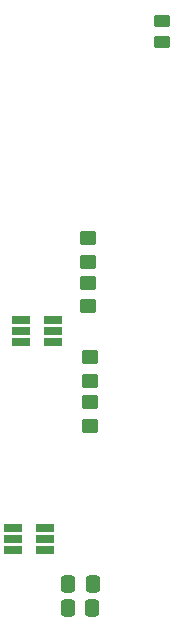
<source format=gtp>
G04 #@! TF.GenerationSoftware,KiCad,Pcbnew,(6.0.6)*
G04 #@! TF.CreationDate,2022-08-29T09:38:23+02:00*
G04 #@! TF.ProjectId,afe-ep-shield,6166652d-6570-42d7-9368-69656c642e6b,rev?*
G04 #@! TF.SameCoordinates,Original*
G04 #@! TF.FileFunction,Paste,Top*
G04 #@! TF.FilePolarity,Positive*
%FSLAX46Y46*%
G04 Gerber Fmt 4.6, Leading zero omitted, Abs format (unit mm)*
G04 Created by KiCad (PCBNEW (6.0.6)) date 2022-08-29 09:38:23*
%MOMM*%
%LPD*%
G01*
G04 APERTURE LIST*
G04 Aperture macros list*
%AMRoundRect*
0 Rectangle with rounded corners*
0 $1 Rounding radius*
0 $2 $3 $4 $5 $6 $7 $8 $9 X,Y pos of 4 corners*
0 Add a 4 corners polygon primitive as box body*
4,1,4,$2,$3,$4,$5,$6,$7,$8,$9,$2,$3,0*
0 Add four circle primitives for the rounded corners*
1,1,$1+$1,$2,$3*
1,1,$1+$1,$4,$5*
1,1,$1+$1,$6,$7*
1,1,$1+$1,$8,$9*
0 Add four rect primitives between the rounded corners*
20,1,$1+$1,$2,$3,$4,$5,0*
20,1,$1+$1,$4,$5,$6,$7,0*
20,1,$1+$1,$6,$7,$8,$9,0*
20,1,$1+$1,$8,$9,$2,$3,0*%
G04 Aperture macros list end*
%ADD10RoundRect,0.250000X-0.450000X0.350000X-0.450000X-0.350000X0.450000X-0.350000X0.450000X0.350000X0*%
%ADD11R,1.560000X0.650000*%
%ADD12RoundRect,0.250000X-0.337500X-0.475000X0.337500X-0.475000X0.337500X0.475000X-0.337500X0.475000X0*%
%ADD13RoundRect,0.250000X0.450000X-0.262500X0.450000X0.262500X-0.450000X0.262500X-0.450000X-0.262500X0*%
G04 APERTURE END LIST*
D10*
X110871000Y-38852600D03*
X110871000Y-40852600D03*
X111074200Y-52705000D03*
X111074200Y-54705000D03*
D11*
X104589500Y-63337400D03*
X104589500Y-64287400D03*
X104589500Y-65237400D03*
X107289500Y-65237400D03*
X107289500Y-64287400D03*
X107289500Y-63337400D03*
X107953800Y-47635200D03*
X107953800Y-46685200D03*
X107953800Y-45735200D03*
X105253800Y-45735200D03*
X105253800Y-46685200D03*
X105253800Y-47635200D03*
D10*
X111074200Y-48936400D03*
X111074200Y-50936400D03*
X110871000Y-42611800D03*
X110871000Y-44611800D03*
D12*
X109202400Y-70180200D03*
X111277400Y-70180200D03*
D13*
X117144800Y-22248500D03*
X117144800Y-20423500D03*
D12*
X109227800Y-68097400D03*
X111302800Y-68097400D03*
M02*

</source>
